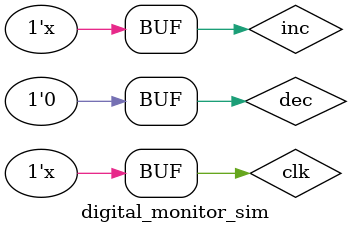
<source format=v>
`timescale 1ns / 1ps


module digital_monitor_sim;
reg clk=0;
wire [7:0] num;
wire [3:0] dig;
reg inc=0, dec=0;
always #10 clk = ~clk;
always #13 inc = ~inc;
digital_monitor uut(clk, inc, dec, num, dig);
endmodule

</source>
